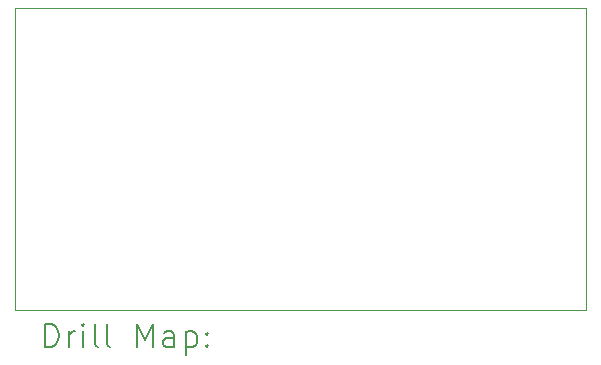
<source format=gbr>
%TF.GenerationSoftware,KiCad,Pcbnew,8.0.3*%
%TF.CreationDate,2024-11-11T18:23:15+01:00*%
%TF.ProjectId,aprs_test_board,61707273-5f74-4657-9374-5f626f617264,rev?*%
%TF.SameCoordinates,Original*%
%TF.FileFunction,Drillmap*%
%TF.FilePolarity,Positive*%
%FSLAX45Y45*%
G04 Gerber Fmt 4.5, Leading zero omitted, Abs format (unit mm)*
G04 Created by KiCad (PCBNEW 8.0.3) date 2024-11-11 18:23:15*
%MOMM*%
%LPD*%
G01*
G04 APERTURE LIST*
%ADD10C,0.050000*%
%ADD11C,0.200000*%
G04 APERTURE END LIST*
D10*
X8961000Y-8994000D02*
X13800000Y-8994000D01*
X13800000Y-11549000D01*
X8961000Y-11549000D01*
X8961000Y-8994000D01*
D11*
X9219277Y-11862984D02*
X9219277Y-11662984D01*
X9219277Y-11662984D02*
X9266896Y-11662984D01*
X9266896Y-11662984D02*
X9295467Y-11672508D01*
X9295467Y-11672508D02*
X9314515Y-11691555D01*
X9314515Y-11691555D02*
X9324039Y-11710603D01*
X9324039Y-11710603D02*
X9333563Y-11748698D01*
X9333563Y-11748698D02*
X9333563Y-11777269D01*
X9333563Y-11777269D02*
X9324039Y-11815365D01*
X9324039Y-11815365D02*
X9314515Y-11834412D01*
X9314515Y-11834412D02*
X9295467Y-11853460D01*
X9295467Y-11853460D02*
X9266896Y-11862984D01*
X9266896Y-11862984D02*
X9219277Y-11862984D01*
X9419277Y-11862984D02*
X9419277Y-11729650D01*
X9419277Y-11767746D02*
X9428801Y-11748698D01*
X9428801Y-11748698D02*
X9438324Y-11739174D01*
X9438324Y-11739174D02*
X9457372Y-11729650D01*
X9457372Y-11729650D02*
X9476420Y-11729650D01*
X9543086Y-11862984D02*
X9543086Y-11729650D01*
X9543086Y-11662984D02*
X9533563Y-11672508D01*
X9533563Y-11672508D02*
X9543086Y-11682031D01*
X9543086Y-11682031D02*
X9552610Y-11672508D01*
X9552610Y-11672508D02*
X9543086Y-11662984D01*
X9543086Y-11662984D02*
X9543086Y-11682031D01*
X9666896Y-11862984D02*
X9647848Y-11853460D01*
X9647848Y-11853460D02*
X9638324Y-11834412D01*
X9638324Y-11834412D02*
X9638324Y-11662984D01*
X9771658Y-11862984D02*
X9752610Y-11853460D01*
X9752610Y-11853460D02*
X9743086Y-11834412D01*
X9743086Y-11834412D02*
X9743086Y-11662984D01*
X10000229Y-11862984D02*
X10000229Y-11662984D01*
X10000229Y-11662984D02*
X10066896Y-11805841D01*
X10066896Y-11805841D02*
X10133563Y-11662984D01*
X10133563Y-11662984D02*
X10133563Y-11862984D01*
X10314515Y-11862984D02*
X10314515Y-11758222D01*
X10314515Y-11758222D02*
X10304991Y-11739174D01*
X10304991Y-11739174D02*
X10285944Y-11729650D01*
X10285944Y-11729650D02*
X10247848Y-11729650D01*
X10247848Y-11729650D02*
X10228801Y-11739174D01*
X10314515Y-11853460D02*
X10295467Y-11862984D01*
X10295467Y-11862984D02*
X10247848Y-11862984D01*
X10247848Y-11862984D02*
X10228801Y-11853460D01*
X10228801Y-11853460D02*
X10219277Y-11834412D01*
X10219277Y-11834412D02*
X10219277Y-11815365D01*
X10219277Y-11815365D02*
X10228801Y-11796317D01*
X10228801Y-11796317D02*
X10247848Y-11786793D01*
X10247848Y-11786793D02*
X10295467Y-11786793D01*
X10295467Y-11786793D02*
X10314515Y-11777269D01*
X10409753Y-11729650D02*
X10409753Y-11929650D01*
X10409753Y-11739174D02*
X10428801Y-11729650D01*
X10428801Y-11729650D02*
X10466896Y-11729650D01*
X10466896Y-11729650D02*
X10485944Y-11739174D01*
X10485944Y-11739174D02*
X10495467Y-11748698D01*
X10495467Y-11748698D02*
X10504991Y-11767746D01*
X10504991Y-11767746D02*
X10504991Y-11824888D01*
X10504991Y-11824888D02*
X10495467Y-11843936D01*
X10495467Y-11843936D02*
X10485944Y-11853460D01*
X10485944Y-11853460D02*
X10466896Y-11862984D01*
X10466896Y-11862984D02*
X10428801Y-11862984D01*
X10428801Y-11862984D02*
X10409753Y-11853460D01*
X10590705Y-11843936D02*
X10600229Y-11853460D01*
X10600229Y-11853460D02*
X10590705Y-11862984D01*
X10590705Y-11862984D02*
X10581182Y-11853460D01*
X10581182Y-11853460D02*
X10590705Y-11843936D01*
X10590705Y-11843936D02*
X10590705Y-11862984D01*
X10590705Y-11739174D02*
X10600229Y-11748698D01*
X10600229Y-11748698D02*
X10590705Y-11758222D01*
X10590705Y-11758222D02*
X10581182Y-11748698D01*
X10581182Y-11748698D02*
X10590705Y-11739174D01*
X10590705Y-11739174D02*
X10590705Y-11758222D01*
M02*

</source>
